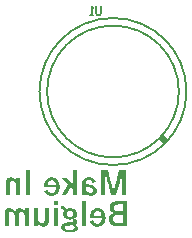
<source format=gbo>
G04*
G04 #@! TF.GenerationSoftware,Altium Limited,Altium Designer,19.1.5 (86)*
G04*
G04 Layer_Color=32896*
%FSAX44Y44*%
%MOMM*%
G71*
G01*
G75*
%ADD12C,0.2000*%
%ADD15C,0.1500*%
G04:AMPARAMS|DCode=48|XSize=0.508mm|YSize=0.635mm|CornerRadius=0mm|HoleSize=0mm|Usage=FLASHONLY|Rotation=45.000|XOffset=0mm|YOffset=0mm|HoleType=Round|Shape=Rectangle|*
%AMROTATEDRECTD48*
4,1,4,0.0449,-0.4041,-0.4041,0.0449,-0.0449,0.4041,0.4041,-0.0449,0.0449,-0.4041,0.0*
%
%ADD48ROTATEDRECTD48*%

G36*
X02925284Y02440365D02*
X02926093Y02440235D01*
X02926838Y02440009D01*
X02927486Y02439750D01*
X02928036Y02439426D01*
X02928554Y02439102D01*
X02928976Y02438713D01*
X02929364Y02438325D01*
X02929655Y02437936D01*
X02929915Y02437580D01*
X02930141Y02437224D01*
X02930303Y02436900D01*
X02930433Y02436641D01*
X02930497Y02436446D01*
X02930562Y02436284D01*
Y02436252D01*
X02927356Y02435410D01*
X02927259Y02435831D01*
X02927130Y02436187D01*
X02926967Y02436511D01*
X02926838Y02436770D01*
X02926676Y02436964D01*
X02926547Y02437126D01*
X02926482Y02437224D01*
X02926449Y02437256D01*
X02926125Y02437515D01*
X02925802Y02437709D01*
X02925478Y02437839D01*
X02925186Y02437936D01*
X02924927Y02438001D01*
X02924701Y02438033D01*
X02924506D01*
X02924053Y02438001D01*
X02923664Y02437936D01*
X02923340Y02437871D01*
X02923081Y02437774D01*
X02922887Y02437645D01*
X02922758Y02437580D01*
X02922660Y02437515D01*
X02922628Y02437483D01*
X02922401Y02437224D01*
X02922207Y02436900D01*
X02922077Y02436543D01*
X02922013Y02436187D01*
X02921948Y02435896D01*
X02921916Y02435637D01*
Y02435442D01*
Y02435410D01*
Y02435378D01*
Y02434536D01*
X02922790Y02434503D01*
X02923632Y02434438D01*
X02924344Y02434341D01*
X02924960Y02434276D01*
X02925478Y02434212D01*
X02925705Y02434179D01*
X02925866Y02434147D01*
X02925996Y02434115D01*
X02926093D01*
X02926158Y02434082D01*
X02926190D01*
X02927032Y02433888D01*
X02927777Y02433596D01*
X02928457Y02433273D01*
X02929008Y02432916D01*
X02929461Y02432528D01*
X02929850Y02432107D01*
X02930174Y02431686D01*
X02930433Y02431265D01*
X02930627Y02430844D01*
X02930789Y02430455D01*
X02930886Y02430099D01*
X02930983Y02429807D01*
X02931016Y02429548D01*
X02931048Y02429322D01*
Y02429192D01*
Y02429160D01*
X02931016Y02428480D01*
X02930886Y02427897D01*
X02930692Y02427346D01*
X02930497Y02426925D01*
X02930303Y02426569D01*
X02930109Y02426310D01*
X02929979Y02426148D01*
X02929947Y02426083D01*
X02929429Y02425630D01*
X02928878Y02425306D01*
X02928295Y02425079D01*
X02927712Y02424917D01*
X02927227Y02424820D01*
X02927000Y02424788D01*
X02926806D01*
X02926676Y02424755D01*
X02926449D01*
X02925899Y02424788D01*
X02925348Y02424852D01*
X02924862Y02424982D01*
X02924409Y02425112D01*
X02923988Y02425273D01*
X02923600Y02425468D01*
X02923276Y02425694D01*
X02922952Y02425921D01*
X02922660Y02426116D01*
X02922434Y02426342D01*
X02922207Y02426537D01*
X02922045Y02426698D01*
X02921916Y02426828D01*
X02921818Y02426958D01*
X02921786Y02427022D01*
X02921754Y02427055D01*
X02921721Y02426634D01*
X02921689Y02426277D01*
X02921624Y02425954D01*
X02921591Y02425662D01*
X02921559Y02425435D01*
Y02425241D01*
X02921527Y02425144D01*
Y02425112D01*
X02918386D01*
X02918450Y02425954D01*
X02918515Y02426731D01*
X02918547Y02427476D01*
X02918580Y02428156D01*
X02918612Y02428706D01*
Y02428933D01*
Y02429127D01*
Y02429289D01*
Y02429419D01*
Y02429483D01*
Y02429516D01*
Y02435442D01*
Y02435896D01*
X02918677Y02436317D01*
X02918871Y02437094D01*
X02919130Y02437742D01*
X02919519Y02438292D01*
X02919940Y02438778D01*
X02920458Y02439199D01*
X02920976Y02439523D01*
X02921494Y02439782D01*
X02922045Y02439976D01*
X02922563Y02440138D01*
X02923049Y02440235D01*
X02923503Y02440332D01*
X02923859Y02440365D01*
X02924150Y02440397D01*
X02924409D01*
X02925284Y02440365D01*
D02*
G37*
G36*
X02914305Y02425112D02*
X02910937D01*
Y02429872D01*
X02908897Y02432139D01*
X02905205Y02425112D01*
X02901481D01*
X02906727Y02434438D01*
X02901740Y02440041D01*
X02905594D01*
X02910937Y02433499D01*
Y02446583D01*
X02914305D01*
Y02425112D01*
D02*
G37*
G36*
X02955693D02*
X02952455D01*
Y02435701D01*
Y02437126D01*
Y02438486D01*
Y02439134D01*
X02952487Y02439750D01*
Y02440332D01*
Y02440883D01*
Y02441369D01*
Y02441822D01*
X02952519Y02442211D01*
Y02442567D01*
Y02442826D01*
Y02443020D01*
Y02443150D01*
Y02443182D01*
X02952131D01*
X02951872Y02442049D01*
X02951613Y02441045D01*
X02951386Y02440138D01*
X02951224Y02439361D01*
X02951030Y02438681D01*
X02950900Y02438098D01*
X02950771Y02437580D01*
X02950674Y02437159D01*
X02950576Y02436803D01*
X02950511Y02436543D01*
X02950447Y02436317D01*
X02950414Y02436155D01*
X02950382Y02436025D01*
X02950349Y02435961D01*
Y02435896D01*
X02947564Y02425112D01*
X02943289D01*
X02940440Y02436025D01*
X02940310Y02436543D01*
X02940148Y02437062D01*
X02939857Y02438228D01*
X02939565Y02439426D01*
X02939306Y02440592D01*
X02939177Y02441110D01*
X02939047Y02441595D01*
X02938950Y02442049D01*
X02938853Y02442437D01*
X02938788Y02442729D01*
X02938723Y02442988D01*
X02938691Y02443118D01*
Y02443182D01*
X02938302D01*
Y02442276D01*
X02938335Y02441434D01*
Y02440656D01*
Y02439911D01*
Y02439231D01*
Y02438649D01*
X02938367Y02438098D01*
Y02437580D01*
Y02437159D01*
Y02436770D01*
Y02436446D01*
Y02436187D01*
Y02435993D01*
Y02435863D01*
Y02435766D01*
Y02435734D01*
Y02425112D01*
X02934869D01*
Y02446194D01*
X02940828D01*
X02943516Y02435378D01*
X02943646Y02434859D01*
X02943808Y02434309D01*
X02943937Y02433758D01*
X02944067Y02433273D01*
X02944164Y02432787D01*
X02944261Y02432431D01*
X02944294Y02432301D01*
Y02432204D01*
X02944326Y02432139D01*
Y02432107D01*
X02944423Y02431621D01*
X02944553Y02431167D01*
X02944617Y02430746D01*
X02944714Y02430390D01*
X02944779Y02430034D01*
X02944876Y02429743D01*
X02944909Y02429483D01*
X02944973Y02429257D01*
X02945071Y02428901D01*
X02945135Y02428674D01*
X02945168Y02428512D01*
Y02428480D01*
X02945557D01*
X02945783Y02429743D01*
X02946042Y02430973D01*
X02946301Y02432139D01*
X02946431Y02432690D01*
X02946560Y02433208D01*
X02946658Y02433661D01*
X02946755Y02434082D01*
X02946852Y02434471D01*
X02946917Y02434795D01*
X02946982Y02435054D01*
X02947046Y02435248D01*
X02947079Y02435378D01*
Y02435410D01*
X02949734Y02446194D01*
X02955693D01*
Y02425112D01*
D02*
G37*
G36*
X02893481Y02440332D02*
X02893967Y02440300D01*
X02894453Y02440203D01*
X02894906Y02440073D01*
X02895684Y02439782D01*
X02896040Y02439588D01*
X02896364Y02439426D01*
X02896655Y02439264D01*
X02896914Y02439070D01*
X02897108Y02438907D01*
X02897303Y02438778D01*
X02897432Y02438649D01*
X02897530Y02438584D01*
X02897594Y02438519D01*
X02897627Y02438486D01*
X02897983Y02438065D01*
X02898307Y02437612D01*
X02898598Y02437126D01*
X02898857Y02436641D01*
X02899052Y02436155D01*
X02899214Y02435637D01*
X02899473Y02434665D01*
X02899570Y02434212D01*
X02899635Y02433791D01*
X02899667Y02433434D01*
X02899699Y02433111D01*
X02899732Y02432852D01*
Y02432625D01*
Y02432495D01*
Y02432463D01*
X02899699Y02431848D01*
X02899667Y02431232D01*
X02899570Y02430682D01*
X02899473Y02430164D01*
X02899343Y02429678D01*
X02899214Y02429224D01*
X02899084Y02428836D01*
X02898922Y02428447D01*
X02898760Y02428123D01*
X02898631Y02427832D01*
X02898501Y02427605D01*
X02898372Y02427379D01*
X02898275Y02427217D01*
X02898177Y02427119D01*
X02898145Y02427055D01*
X02898112Y02427022D01*
X02897756Y02426634D01*
X02897335Y02426277D01*
X02896914Y02425954D01*
X02896493Y02425694D01*
X02896040Y02425468D01*
X02895587Y02425273D01*
X02895133Y02425144D01*
X02894712Y02425014D01*
X02894291Y02424917D01*
X02893903Y02424852D01*
X02893546Y02424788D01*
X02893255Y02424755D01*
X02893028Y02424723D01*
X02892672D01*
X02891797Y02424788D01*
X02891020Y02424917D01*
X02890275Y02425112D01*
X02889628Y02425403D01*
X02889077Y02425727D01*
X02888559Y02426083D01*
X02888105Y02426504D01*
X02887717Y02426893D01*
X02887361Y02427314D01*
X02887102Y02427702D01*
X02886875Y02428059D01*
X02886681Y02428382D01*
X02886551Y02428674D01*
X02886454Y02428868D01*
X02886389Y02429030D01*
Y02429062D01*
X02889498Y02429969D01*
X02889660Y02429451D01*
X02889854Y02429030D01*
X02890049Y02428642D01*
X02890308Y02428318D01*
X02890567Y02428026D01*
X02890826Y02427800D01*
X02891085Y02427605D01*
X02891344Y02427443D01*
X02891603Y02427314D01*
X02891830Y02427249D01*
X02892057Y02427184D01*
X02892251Y02427119D01*
X02892413D01*
X02892542Y02427087D01*
X02892639D01*
X02893255Y02427152D01*
X02893773Y02427281D01*
X02894259Y02427443D01*
X02894615Y02427670D01*
X02894939Y02427864D01*
X02895133Y02428059D01*
X02895295Y02428188D01*
X02895327Y02428221D01*
X02895684Y02428739D01*
X02895943Y02429322D01*
X02896105Y02429904D01*
X02896234Y02430487D01*
X02896331Y02431006D01*
X02896364Y02431232D01*
Y02431427D01*
X02896396Y02431588D01*
Y02431718D01*
Y02431783D01*
Y02431815D01*
X02886324D01*
Y02432528D01*
X02886357Y02433143D01*
X02886389Y02433758D01*
X02886486Y02434309D01*
X02886584Y02434827D01*
X02886713Y02435345D01*
X02886843Y02435799D01*
X02887004Y02436220D01*
X02887134Y02436576D01*
X02887296Y02436932D01*
X02887458Y02437224D01*
X02887587Y02437483D01*
X02887717Y02437677D01*
X02887814Y02437839D01*
X02887911Y02437968D01*
X02887944Y02438033D01*
X02887976Y02438065D01*
X02888332Y02438486D01*
X02888721Y02438810D01*
X02889109Y02439134D01*
X02889531Y02439393D01*
X02889951Y02439620D01*
X02890373Y02439814D01*
X02890761Y02439944D01*
X02891150Y02440073D01*
X02891538Y02440171D01*
X02891862Y02440235D01*
X02892186Y02440300D01*
X02892445Y02440332D01*
X02892672Y02440365D01*
X02892963D01*
X02893481Y02440332D01*
D02*
G37*
G36*
X02874828Y02425112D02*
X02871104D01*
Y02446194D01*
X02874828D01*
Y02425112D01*
D02*
G37*
G36*
X02858668Y02440332D02*
X02859153Y02440268D01*
X02859574Y02440138D01*
X02859963Y02440009D01*
X02860287Y02439879D01*
X02860514Y02439749D01*
X02860675Y02439685D01*
X02860740Y02439652D01*
X02861226Y02439328D01*
X02861679Y02438972D01*
X02862068Y02438616D01*
X02862424Y02438260D01*
X02862683Y02437936D01*
X02862910Y02437645D01*
X02863040Y02437483D01*
X02863072Y02437450D01*
Y02440041D01*
X02866375D01*
Y02425112D01*
X02862975D01*
Y02434892D01*
X02862716Y02435280D01*
X02862457Y02435604D01*
X02862198Y02435928D01*
X02861971Y02436155D01*
X02861776Y02436382D01*
X02861582Y02436511D01*
X02861485Y02436608D01*
X02861453Y02436641D01*
X02861064Y02436900D01*
X02860708Y02437094D01*
X02860384Y02437224D01*
X02860092Y02437321D01*
X02859833Y02437385D01*
X02859639Y02437418D01*
X02859477D01*
X02859121Y02437385D01*
X02858797Y02437321D01*
X02858538Y02437191D01*
X02858311Y02437029D01*
X02858085Y02436835D01*
X02857923Y02436608D01*
X02857696Y02436155D01*
X02857534Y02435701D01*
X02857469Y02435280D01*
X02857437Y02435119D01*
Y02434989D01*
Y02434924D01*
Y02434892D01*
Y02425112D01*
X02853907D01*
Y02435863D01*
X02853940Y02436576D01*
X02854069Y02437191D01*
X02854231Y02437742D01*
X02854425Y02438195D01*
X02854652Y02438551D01*
X02854814Y02438810D01*
X02854943Y02438972D01*
X02854976Y02439037D01*
X02855461Y02439490D01*
X02855980Y02439814D01*
X02856498Y02440041D01*
X02857016Y02440203D01*
X02857469Y02440300D01*
X02857858Y02440332D01*
X02857987Y02440365D01*
X02858182D01*
X02858668Y02440332D01*
D02*
G37*
G36*
X02898161Y02416620D02*
X02894469D01*
Y02420150D01*
X02898161D01*
Y02416620D01*
D02*
G37*
G36*
X02866003Y02414256D02*
X02866489Y02414159D01*
X02866942Y02414029D01*
X02867395Y02413835D01*
X02867816Y02413608D01*
X02868205Y02413349D01*
X02868561Y02413090D01*
X02868885Y02412831D01*
X02869177Y02412540D01*
X02869436Y02412281D01*
X02869662Y02412021D01*
X02869824Y02411795D01*
X02869986Y02411600D01*
X02870083Y02411471D01*
X02870148Y02411374D01*
X02870180Y02411341D01*
Y02413965D01*
X02873419D01*
Y02399035D01*
X02870051D01*
Y02408815D01*
X02869857Y02409204D01*
X02869630Y02409528D01*
X02869403Y02409819D01*
X02869177Y02410078D01*
X02869015Y02410273D01*
X02868853Y02410435D01*
X02868755Y02410532D01*
X02868723Y02410564D01*
X02868367Y02410823D01*
X02868043Y02411018D01*
X02867719Y02411147D01*
X02867428Y02411244D01*
X02867169Y02411309D01*
X02866974Y02411341D01*
X02866812D01*
X02866489Y02411309D01*
X02866197Y02411244D01*
X02865970Y02411115D01*
X02865776Y02410953D01*
X02865452Y02410532D01*
X02865226Y02410078D01*
X02865096Y02409625D01*
X02865031Y02409204D01*
X02864999Y02409042D01*
Y02408913D01*
Y02408848D01*
Y02408815D01*
Y02399035D01*
X02861599D01*
Y02408815D01*
X02861404Y02409172D01*
X02861210Y02409528D01*
X02860983Y02409819D01*
X02860789Y02410078D01*
X02860594Y02410273D01*
X02860465Y02410402D01*
X02860368Y02410499D01*
X02860335Y02410532D01*
X02859979Y02410791D01*
X02859655Y02410985D01*
X02859364Y02411147D01*
X02859072Y02411244D01*
X02858846Y02411309D01*
X02858651Y02411341D01*
X02858489D01*
X02858133Y02411309D01*
X02857809Y02411244D01*
X02857518Y02411115D01*
X02857291Y02410953D01*
X02857097Y02410759D01*
X02856935Y02410532D01*
X02856676Y02410078D01*
X02856514Y02409625D01*
X02856449Y02409204D01*
X02856417Y02409042D01*
Y02408913D01*
Y02408848D01*
Y02408815D01*
Y02399035D01*
X02853016D01*
Y02409787D01*
X02853049Y02410499D01*
X02853178Y02411115D01*
X02853308Y02411665D01*
X02853502Y02412119D01*
X02853664Y02412475D01*
X02853826Y02412734D01*
X02853956Y02412896D01*
X02853988Y02412961D01*
X02854442Y02413414D01*
X02854927Y02413738D01*
X02855445Y02413965D01*
X02855931Y02414126D01*
X02856385Y02414224D01*
X02856741Y02414256D01*
X02856870Y02414288D01*
X02857065D01*
X02857583Y02414256D01*
X02858069Y02414159D01*
X02858554Y02414029D01*
X02858975Y02413835D01*
X02859396Y02413608D01*
X02859785Y02413349D01*
X02860141Y02413090D01*
X02860497Y02412831D01*
X02860789Y02412540D01*
X02861048Y02412281D01*
X02861275Y02412021D01*
X02861436Y02411795D01*
X02861599Y02411600D01*
X02861696Y02411471D01*
X02861760Y02411374D01*
X02861793Y02411341D01*
X02861922Y02411795D01*
X02862084Y02412183D01*
X02862278Y02412540D01*
X02862473Y02412831D01*
X02862635Y02413058D01*
X02862797Y02413252D01*
X02862894Y02413349D01*
X02862926Y02413382D01*
X02863315Y02413673D01*
X02863736Y02413900D01*
X02864189Y02414062D01*
X02864578Y02414191D01*
X02864934Y02414256D01*
X02865226Y02414288D01*
X02865485D01*
X02866003Y02414256D01*
D02*
G37*
G36*
X02890324Y02403051D02*
X02890292Y02402338D01*
X02890162Y02401723D01*
X02889968Y02401172D01*
X02889773Y02400719D01*
X02889579Y02400363D01*
X02889385Y02400104D01*
X02889255Y02399942D01*
X02889223Y02399877D01*
X02888737Y02399456D01*
X02888219Y02399165D01*
X02887668Y02398938D01*
X02887183Y02398808D01*
X02886729Y02398711D01*
X02886341Y02398679D01*
X02886211Y02398647D01*
X02886017D01*
X02885499Y02398679D01*
X02885013Y02398744D01*
X02884592Y02398873D01*
X02884203Y02399003D01*
X02883879Y02399100D01*
X02883620Y02399229D01*
X02883491Y02399294D01*
X02883426Y02399327D01*
X02882940Y02399650D01*
X02882487Y02400039D01*
X02882098Y02400395D01*
X02881774Y02400784D01*
X02881515Y02401108D01*
X02881321Y02401367D01*
X02881191Y02401561D01*
X02881159Y02401626D01*
Y02399035D01*
X02877856D01*
Y02413965D01*
X02881288D01*
Y02404120D01*
X02881483Y02403763D01*
X02881710Y02403407D01*
X02881969Y02403116D01*
X02882163Y02402856D01*
X02882390Y02402662D01*
X02882519Y02402500D01*
X02882649Y02402403D01*
X02882681Y02402371D01*
X02883070Y02402112D01*
X02883426Y02401917D01*
X02883782Y02401755D01*
X02884073Y02401658D01*
X02884333Y02401593D01*
X02884559Y02401561D01*
X02884721D01*
X02885078Y02401593D01*
X02885401Y02401658D01*
X02885693Y02401788D01*
X02885952Y02401950D01*
X02886146Y02402144D01*
X02886308Y02402338D01*
X02886567Y02402792D01*
X02886729Y02403245D01*
X02886794Y02403634D01*
X02886826Y02403796D01*
Y02403925D01*
Y02403990D01*
Y02404022D01*
Y02413965D01*
X02890324D01*
Y02403051D01*
D02*
G37*
G36*
X02932263Y02414256D02*
X02932748Y02414224D01*
X02933234Y02414126D01*
X02933687Y02413997D01*
X02934465Y02413705D01*
X02934821Y02413511D01*
X02935145Y02413349D01*
X02935436Y02413187D01*
X02935695Y02412993D01*
X02935890Y02412831D01*
X02936084Y02412702D01*
X02936213Y02412572D01*
X02936311Y02412507D01*
X02936375Y02412442D01*
X02936408Y02412410D01*
X02936764Y02411989D01*
X02937088Y02411536D01*
X02937379Y02411050D01*
X02937639Y02410564D01*
X02937833Y02410078D01*
X02937995Y02409560D01*
X02938254Y02408589D01*
X02938351Y02408135D01*
X02938416Y02407714D01*
X02938448Y02407358D01*
X02938481Y02407034D01*
X02938513Y02406775D01*
Y02406548D01*
Y02406419D01*
Y02406387D01*
X02938481Y02405771D01*
X02938448Y02405156D01*
X02938351Y02404605D01*
X02938254Y02404087D01*
X02938124Y02403601D01*
X02937995Y02403148D01*
X02937865Y02402759D01*
X02937703Y02402371D01*
X02937541Y02402047D01*
X02937412Y02401756D01*
X02937282Y02401529D01*
X02937153Y02401302D01*
X02937055Y02401140D01*
X02936958Y02401043D01*
X02936926Y02400978D01*
X02936894Y02400946D01*
X02936537Y02400557D01*
X02936116Y02400201D01*
X02935695Y02399877D01*
X02935274Y02399618D01*
X02934821Y02399391D01*
X02934367Y02399197D01*
X02933914Y02399068D01*
X02933493Y02398938D01*
X02933072Y02398841D01*
X02932683Y02398776D01*
X02932327Y02398711D01*
X02932036Y02398679D01*
X02931809Y02398647D01*
X02931453D01*
X02930579Y02398711D01*
X02929801Y02398841D01*
X02929056Y02399035D01*
X02928409Y02399327D01*
X02927858Y02399650D01*
X02927340Y02400007D01*
X02926887Y02400428D01*
X02926498Y02400816D01*
X02926142Y02401237D01*
X02925883Y02401626D01*
X02925656Y02401982D01*
X02925462Y02402306D01*
X02925332Y02402598D01*
X02925235Y02402792D01*
X02925170Y02402954D01*
Y02402986D01*
X02928279Y02403893D01*
X02928441Y02403375D01*
X02928635Y02402954D01*
X02928830Y02402565D01*
X02929089Y02402241D01*
X02929348Y02401950D01*
X02929607Y02401723D01*
X02929866Y02401529D01*
X02930125Y02401367D01*
X02930384Y02401237D01*
X02930611Y02401172D01*
X02930838Y02401108D01*
X02931032Y02401043D01*
X02931194D01*
X02931323Y02401011D01*
X02931421D01*
X02932036Y02401075D01*
X02932554Y02401205D01*
X02933040Y02401367D01*
X02933396Y02401593D01*
X02933720Y02401788D01*
X02933914Y02401982D01*
X02934076Y02402112D01*
X02934109Y02402144D01*
X02934465Y02402662D01*
X02934724Y02403245D01*
X02934886Y02403828D01*
X02935015Y02404411D01*
X02935112Y02404929D01*
X02935145Y02405156D01*
Y02405350D01*
X02935177Y02405512D01*
Y02405642D01*
Y02405706D01*
Y02405739D01*
X02925105D01*
Y02406451D01*
X02925138Y02407067D01*
X02925170Y02407682D01*
X02925267Y02408233D01*
X02925364Y02408751D01*
X02925494Y02409269D01*
X02925623Y02409722D01*
X02925786Y02410143D01*
X02925915Y02410499D01*
X02926077Y02410856D01*
X02926239Y02411147D01*
X02926368Y02411406D01*
X02926498Y02411600D01*
X02926595Y02411762D01*
X02926692Y02411892D01*
X02926725Y02411957D01*
X02926757Y02411989D01*
X02927113Y02412410D01*
X02927502Y02412734D01*
X02927891Y02413058D01*
X02928311Y02413317D01*
X02928733Y02413544D01*
X02929154Y02413738D01*
X02929542Y02413867D01*
X02929931Y02413997D01*
X02930320Y02414094D01*
X02930643Y02414159D01*
X02930967Y02414224D01*
X02931226Y02414256D01*
X02931453Y02414288D01*
X02931744D01*
X02932263Y02414256D01*
D02*
G37*
G36*
X02956584Y02399035D02*
X02948649D01*
X02948034Y02399068D01*
X02947484Y02399100D01*
X02946933Y02399165D01*
X02946415Y02399262D01*
X02945961Y02399359D01*
X02945540Y02399456D01*
X02945119Y02399586D01*
X02944763Y02399715D01*
X02944439Y02399845D01*
X02944180Y02399974D01*
X02943921Y02400072D01*
X02943727Y02400169D01*
X02943565Y02400266D01*
X02943468Y02400331D01*
X02943403Y02400395D01*
X02943371D01*
X02942982Y02400719D01*
X02942658Y02401043D01*
X02942367Y02401399D01*
X02942108Y02401788D01*
X02941913Y02402177D01*
X02941719Y02402533D01*
X02941460Y02403278D01*
X02941330Y02403958D01*
X02941266Y02404249D01*
X02941233Y02404508D01*
X02941201Y02404702D01*
Y02404864D01*
Y02404962D01*
Y02404994D01*
X02941233Y02405674D01*
X02941363Y02406289D01*
X02941525Y02406840D01*
X02941719Y02407293D01*
X02941945Y02407682D01*
X02942108Y02407941D01*
X02942237Y02408103D01*
X02942270Y02408168D01*
X02942787Y02408686D01*
X02943403Y02409107D01*
X02944018Y02409431D01*
X02944633Y02409690D01*
X02945184Y02409852D01*
X02945411Y02409949D01*
X02945605Y02409981D01*
X02945799Y02410046D01*
X02945929D01*
X02945994Y02410078D01*
X02946026D01*
Y02410240D01*
X02945378Y02410402D01*
X02944828Y02410597D01*
X02944342Y02410823D01*
X02943921Y02411082D01*
X02943597Y02411309D01*
X02943338Y02411503D01*
X02943209Y02411633D01*
X02943144Y02411665D01*
X02942723Y02412151D01*
X02942399Y02412702D01*
X02942172Y02413220D01*
X02942010Y02413738D01*
X02941913Y02414159D01*
X02941881Y02414515D01*
X02941848Y02414645D01*
Y02414742D01*
Y02414807D01*
Y02414839D01*
Y02415292D01*
X02941913Y02415681D01*
X02942075Y02416426D01*
X02942302Y02417074D01*
X02942529Y02417592D01*
X02942787Y02418013D01*
X02943014Y02418304D01*
X02943176Y02418466D01*
X02943209Y02418531D01*
X02943241D01*
X02943597Y02418822D01*
X02943986Y02419049D01*
X02944439Y02419276D01*
X02944893Y02419438D01*
X02945832Y02419729D01*
X02946803Y02419924D01*
X02947257Y02419988D01*
X02947678Y02420021D01*
X02948034Y02420085D01*
X02948390D01*
X02948649Y02420118D01*
X02956584D01*
Y02399035D01*
D02*
G37*
G36*
X02921640D02*
X02918240D01*
Y02420506D01*
X02921640D01*
Y02399035D01*
D02*
G37*
G36*
X02898032D02*
X02894631D01*
Y02413965D01*
X02898032D01*
Y02399035D01*
D02*
G37*
G36*
X02901529Y02416005D02*
X02902015Y02415972D01*
X02902436Y02415875D01*
X02902792Y02415778D01*
X02903051Y02415681D01*
X02903278Y02415616D01*
X02903408Y02415551D01*
X02903440Y02415519D01*
X02903828Y02415292D01*
X02904185Y02414969D01*
X02904509Y02414645D01*
X02904767Y02414321D01*
X02904994Y02414029D01*
X02905156Y02413770D01*
X02905253Y02413608D01*
X02905286Y02413576D01*
Y02413544D01*
X02905804Y02413803D01*
X02906354Y02413965D01*
X02906873Y02414094D01*
X02907358Y02414191D01*
X02907812Y02414256D01*
X02908136Y02414288D01*
X02908459D01*
X02909334Y02414224D01*
X02910111Y02414094D01*
X02910791Y02413932D01*
X02911374Y02413705D01*
X02911828Y02413479D01*
X02912022Y02413382D01*
X02912151Y02413317D01*
X02912281Y02413220D01*
X02912378Y02413187D01*
X02912411Y02413123D01*
X02912443D01*
X02912767Y02412863D01*
X02913058Y02412572D01*
X02913317Y02412281D01*
X02913512Y02411989D01*
X02913706Y02411698D01*
X02913868Y02411406D01*
X02914095Y02410823D01*
X02914224Y02410305D01*
X02914257Y02410078D01*
X02914289Y02409884D01*
X02914321Y02409722D01*
Y02409593D01*
Y02409528D01*
Y02409496D01*
X02914289Y02409010D01*
X02914224Y02408589D01*
X02914127Y02408168D01*
X02913997Y02407779D01*
X02913641Y02407099D01*
X02913253Y02406548D01*
X02912864Y02406127D01*
X02912508Y02405804D01*
X02912378Y02405674D01*
X02912281Y02405609D01*
X02912216Y02405577D01*
X02912184Y02405544D01*
X02912572Y02405285D01*
X02912929Y02404994D01*
X02913253Y02404735D01*
X02913512Y02404476D01*
X02913738Y02404217D01*
X02913932Y02403958D01*
X02914062Y02403699D01*
X02914192Y02403472D01*
X02914354Y02403051D01*
X02914451Y02402759D01*
X02914483Y02402630D01*
Y02402533D01*
Y02402500D01*
Y02402468D01*
X02914451Y02402177D01*
X02914386Y02401885D01*
X02914289Y02401626D01*
X02914159Y02401399D01*
X02913803Y02401043D01*
X02913414Y02400751D01*
X02913058Y02400525D01*
X02912702Y02400395D01*
X02912572Y02400363D01*
X02912475Y02400331D01*
X02912411Y02400298D01*
X02912378D01*
X02912864Y02400104D01*
X02913285Y02399877D01*
X02913641Y02399650D01*
X02913965Y02399424D01*
X02914224Y02399197D01*
X02914451Y02398938D01*
X02914645Y02398711D01*
X02914774Y02398485D01*
X02914969Y02398064D01*
X02915099Y02397740D01*
Y02397610D01*
X02915131Y02397513D01*
Y02397448D01*
Y02397416D01*
X02915099Y02397124D01*
X02915066Y02396865D01*
X02914904Y02396380D01*
X02914645Y02395959D01*
X02914354Y02395602D01*
X02914095Y02395311D01*
X02913835Y02395084D01*
X02913673Y02394955D01*
X02913609Y02394922D01*
X02913253Y02394728D01*
X02912864Y02394534D01*
X02912022Y02394274D01*
X02911147Y02394080D01*
X02910305Y02393918D01*
X02909917Y02393886D01*
X02909561Y02393853D01*
X02909237Y02393821D01*
X02908945D01*
X02908719Y02393789D01*
X02907780D01*
X02907229Y02393853D01*
X02906678Y02393886D01*
X02906160Y02393983D01*
X02905707Y02394048D01*
X02905253Y02394145D01*
X02904865Y02394242D01*
X02904509Y02394372D01*
X02904185Y02394469D01*
X02903893Y02394566D01*
X02903634Y02394663D01*
X02903440Y02394760D01*
X02903278Y02394825D01*
X02903181Y02394890D01*
X02903116Y02394922D01*
X02903083D01*
X02902695Y02395181D01*
X02902371Y02395440D01*
X02902080Y02395699D01*
X02901821Y02395991D01*
X02901626Y02396282D01*
X02901432Y02396574D01*
X02901173Y02397124D01*
X02901043Y02397610D01*
X02900979Y02397805D01*
X02900946Y02397999D01*
X02900914Y02398161D01*
Y02398258D01*
Y02398323D01*
Y02398355D01*
X02900946Y02398906D01*
X02901043Y02399391D01*
X02901205Y02399812D01*
X02901367Y02400169D01*
X02901562Y02400428D01*
X02901691Y02400622D01*
X02901821Y02400751D01*
X02901853Y02400784D01*
X02902112Y02400978D01*
X02902371Y02401172D01*
X02903019Y02401464D01*
X02903731Y02401723D01*
X02904411Y02401885D01*
X02905059Y02402015D01*
X02905318Y02402079D01*
X02905577Y02402112D01*
X02905771Y02402144D01*
X02905934Y02402177D01*
X02906063D01*
X02909431Y02402468D01*
X02909820Y02402500D01*
X02910176Y02402565D01*
X02910468Y02402630D01*
X02910662Y02402662D01*
X02910856Y02402727D01*
X02910953Y02402759D01*
X02911018Y02402792D01*
X02911050D01*
X02911212Y02402889D01*
X02911310Y02403018D01*
X02911439Y02403245D01*
X02911504Y02403439D01*
Y02403504D01*
Y02403537D01*
X02911471Y02403796D01*
X02911342Y02404055D01*
X02911180Y02404281D01*
X02910953Y02404476D01*
X02910759Y02404605D01*
X02910597Y02404735D01*
X02910468Y02404800D01*
X02910435Y02404832D01*
X02909755Y02404702D01*
X02909431Y02404670D01*
X02909107Y02404638D01*
X02908881Y02404605D01*
X02908492D01*
X02907617Y02404670D01*
X02906840Y02404800D01*
X02906128Y02404962D01*
X02905545Y02405188D01*
X02905092Y02405383D01*
X02904897Y02405480D01*
X02904767Y02405577D01*
X02904638Y02405642D01*
X02904541Y02405706D01*
X02904509Y02405739D01*
X02904476D01*
X02904152Y02405998D01*
X02903861Y02406289D01*
X02903634Y02406581D01*
X02903408Y02406905D01*
X02903213Y02407196D01*
X02903083Y02407520D01*
X02902857Y02408135D01*
X02902727Y02408686D01*
X02902695Y02408913D01*
X02902663Y02409139D01*
X02902630Y02409301D01*
Y02409431D01*
Y02409496D01*
Y02409528D01*
X02902695Y02410143D01*
X02902824Y02410726D01*
X02903019Y02411212D01*
X02903213Y02411665D01*
X02903440Y02412021D01*
X02903634Y02412281D01*
X02903764Y02412442D01*
X02903828Y02412507D01*
X02903505Y02412766D01*
X02903213Y02412928D01*
X02902986Y02413026D01*
X02902954Y02413058D01*
X02902922D01*
X02902663Y02413123D01*
X02902404Y02413187D01*
X02901821Y02413252D01*
X02901562Y02413284D01*
X02901173D01*
X02900979Y02416037D01*
X02901529Y02416005D01*
D02*
G37*
%LPC*%
G36*
X02922207Y02432398D02*
X02921916D01*
Y02429645D01*
X02922175Y02429224D01*
X02922434Y02428836D01*
X02922725Y02428512D01*
X02923017Y02428221D01*
X02923308Y02427994D01*
X02923600Y02427800D01*
X02923891Y02427638D01*
X02924150Y02427508D01*
X02924636Y02427314D01*
X02924862Y02427249D01*
X02925057Y02427217D01*
X02925186D01*
X02925316Y02427184D01*
X02925413D01*
X02925834Y02427217D01*
X02926190Y02427281D01*
X02926514Y02427379D01*
X02926773Y02427540D01*
X02927000Y02427702D01*
X02927194Y02427897D01*
X02927356Y02428123D01*
X02927486Y02428318D01*
X02927648Y02428739D01*
X02927745Y02429095D01*
Y02429257D01*
X02927777Y02429354D01*
Y02429419D01*
Y02429451D01*
X02927745Y02429807D01*
X02927680Y02430131D01*
X02927550Y02430423D01*
X02927389Y02430682D01*
X02927000Y02431103D01*
X02926547Y02431459D01*
X02926125Y02431686D01*
X02925737Y02431848D01*
X02925575Y02431912D01*
X02925446Y02431945D01*
X02925381Y02431977D01*
X02925348D01*
X02924701Y02432107D01*
X02924085Y02432204D01*
X02923503Y02432269D01*
X02922984Y02432333D01*
X02922563Y02432366D01*
X02922207Y02432398D01*
D02*
G37*
G36*
X02892996Y02438001D02*
X02892931D01*
X02892413Y02437968D01*
X02891927Y02437839D01*
X02891506Y02437645D01*
X02891150Y02437385D01*
X02890826Y02437094D01*
X02890567Y02436770D01*
X02890340Y02436414D01*
X02890178Y02436058D01*
X02890016Y02435669D01*
X02889887Y02435313D01*
X02889822Y02434989D01*
X02889757Y02434698D01*
X02889692Y02434438D01*
X02889660Y02434244D01*
Y02434115D01*
Y02434082D01*
X02896331D01*
X02896266Y02434698D01*
X02896137Y02435216D01*
X02896007Y02435669D01*
X02895846Y02436090D01*
X02895716Y02436382D01*
X02895587Y02436608D01*
X02895489Y02436770D01*
X02895457Y02436803D01*
X02895101Y02437191D01*
X02894680Y02437483D01*
X02894259Y02437709D01*
X02893838Y02437839D01*
X02893481Y02437936D01*
X02893190Y02437968D01*
X02892996Y02438001D01*
D02*
G37*
G36*
X02931777Y02411924D02*
X02931712D01*
X02931194Y02411892D01*
X02930708Y02411762D01*
X02930287Y02411568D01*
X02929931Y02411309D01*
X02929607Y02411018D01*
X02929348Y02410694D01*
X02929121Y02410338D01*
X02928959Y02409981D01*
X02928797Y02409593D01*
X02928668Y02409236D01*
X02928603Y02408913D01*
X02928538Y02408621D01*
X02928474Y02408362D01*
X02928441Y02408168D01*
Y02408038D01*
Y02408006D01*
X02935112D01*
X02935048Y02408621D01*
X02934918Y02409139D01*
X02934789Y02409593D01*
X02934626Y02410014D01*
X02934497Y02410305D01*
X02934367Y02410532D01*
X02934270Y02410694D01*
X02934238Y02410726D01*
X02933882Y02411115D01*
X02933461Y02411406D01*
X02933040Y02411633D01*
X02932619Y02411762D01*
X02932263Y02411860D01*
X02931971Y02411892D01*
X02931777Y02411924D01*
D02*
G37*
G36*
X02952989Y02417365D02*
X02949459D01*
X02948747Y02417333D01*
X02948163Y02417268D01*
X02947645Y02417171D01*
X02947224Y02417041D01*
X02946901Y02416912D01*
X02946674Y02416815D01*
X02946544Y02416750D01*
X02946512Y02416717D01*
X02946156Y02416426D01*
X02945897Y02416070D01*
X02945735Y02415713D01*
X02945605Y02415357D01*
X02945540Y02415001D01*
X02945475Y02414742D01*
Y02414547D01*
Y02414515D01*
Y02414483D01*
X02945508Y02413997D01*
X02945605Y02413608D01*
X02945767Y02413220D01*
X02945929Y02412928D01*
X02946123Y02412702D01*
X02946253Y02412507D01*
X02946382Y02412410D01*
X02946415Y02412378D01*
X02946868Y02412054D01*
X02947419Y02411827D01*
X02947969Y02411665D01*
X02948520Y02411568D01*
X02949006Y02411503D01*
X02949232Y02411471D01*
X02949394Y02411439D01*
X02952989D01*
Y02417365D01*
D02*
G37*
G36*
Y02408686D02*
X02949556D01*
X02948811Y02408654D01*
X02948163Y02408556D01*
X02947613Y02408427D01*
X02947127Y02408297D01*
X02946771Y02408135D01*
X02946512Y02408006D01*
X02946350Y02407909D01*
X02946285Y02407876D01*
X02946026Y02407714D01*
X02945832Y02407520D01*
X02945475Y02407099D01*
X02945216Y02406646D01*
X02945055Y02406225D01*
X02944957Y02405836D01*
X02944925Y02405544D01*
X02944893Y02405415D01*
Y02405318D01*
Y02405285D01*
Y02405253D01*
X02944925Y02404702D01*
X02945022Y02404217D01*
X02945184Y02403796D01*
X02945346Y02403472D01*
X02945508Y02403180D01*
X02945670Y02402986D01*
X02945767Y02402857D01*
X02945799Y02402824D01*
X02946253Y02402468D01*
X02946771Y02402209D01*
X02947289Y02402015D01*
X02947840Y02401885D01*
X02948326Y02401820D01*
X02948714Y02401788D01*
X02948844Y02401756D01*
X02952989D01*
Y02408686D01*
D02*
G37*
G36*
X02908654Y02412248D02*
X02908459D01*
X02908071Y02412216D01*
X02907715Y02412151D01*
X02907391Y02412054D01*
X02907132Y02411957D01*
X02906937Y02411827D01*
X02906776Y02411730D01*
X02906678Y02411665D01*
X02906646Y02411633D01*
X02906354Y02411309D01*
X02906128Y02410985D01*
X02905966Y02410629D01*
X02905836Y02410273D01*
X02905771Y02409981D01*
X02905739Y02409722D01*
Y02409560D01*
Y02409496D01*
X02905771Y02409042D01*
X02905836Y02408654D01*
X02905966Y02408297D01*
X02906063Y02408006D01*
X02906193Y02407779D01*
X02906322Y02407585D01*
X02906387Y02407488D01*
X02906419Y02407455D01*
X02906711Y02407164D01*
X02907067Y02406969D01*
X02907391Y02406808D01*
X02907715Y02406710D01*
X02908006Y02406646D01*
X02908233Y02406613D01*
X02908459D01*
X02908848Y02406646D01*
X02909237Y02406710D01*
X02909528Y02406808D01*
X02909820Y02406937D01*
X02910014Y02407067D01*
X02910176Y02407164D01*
X02910273Y02407229D01*
X02910305Y02407261D01*
X02910597Y02407585D01*
X02910824Y02407941D01*
X02910953Y02408330D01*
X02911083Y02408686D01*
X02911147Y02409010D01*
X02911180Y02409269D01*
Y02409463D01*
Y02409528D01*
X02911147Y02409949D01*
X02911083Y02410305D01*
X02910953Y02410661D01*
X02910824Y02410920D01*
X02910727Y02411147D01*
X02910597Y02411309D01*
X02910532Y02411406D01*
X02910500Y02411439D01*
X02910176Y02411698D01*
X02909852Y02411892D01*
X02909496Y02412054D01*
X02909172Y02412151D01*
X02908913Y02412216D01*
X02908654Y02412248D01*
D02*
G37*
G36*
X02910338Y02399877D02*
X02910305D01*
X02906613Y02399521D01*
X02906095Y02399456D01*
X02905642Y02399391D01*
X02905253Y02399294D01*
X02904962Y02399229D01*
X02904735Y02399132D01*
X02904606Y02399100D01*
X02904509Y02399035D01*
X02904476D01*
X02904282Y02398873D01*
X02904120Y02398679D01*
X02904023Y02398485D01*
X02903925Y02398290D01*
X02903893Y02398096D01*
X02903861Y02397934D01*
Y02397837D01*
Y02397805D01*
X02903893Y02397513D01*
X02903990Y02397286D01*
X02904152Y02397060D01*
X02904314Y02396865D01*
X02904509Y02396703D01*
X02904638Y02396574D01*
X02904767Y02396509D01*
X02904800Y02396477D01*
X02905286Y02396250D01*
X02905836Y02396088D01*
X02906419Y02395991D01*
X02906970Y02395926D01*
X02907456Y02395861D01*
X02907682D01*
X02907877Y02395829D01*
X02908233D01*
X02908848Y02395861D01*
X02909399Y02395894D01*
X02909885Y02395991D01*
X02910273Y02396088D01*
X02910597Y02396153D01*
X02910856Y02396250D01*
X02910986Y02396282D01*
X02911050Y02396315D01*
X02911471Y02396541D01*
X02911795Y02396801D01*
X02911989Y02397060D01*
X02912151Y02397319D01*
X02912249Y02397545D01*
X02912281Y02397740D01*
X02912314Y02397869D01*
Y02397902D01*
X02912281Y02398161D01*
X02912216Y02398387D01*
X02912119Y02398582D01*
X02911989Y02398776D01*
X02911666Y02399132D01*
X02911310Y02399391D01*
X02910953Y02399618D01*
X02910629Y02399748D01*
X02910500Y02399812D01*
X02910403Y02399845D01*
X02910338Y02399877D01*
D02*
G37*
%LPD*%
D12*
X03000593Y02513000D02*
G03*
X03000593Y02513000I-00055793J00000000D01*
G01*
X03007030D02*
G03*
X03007030Y02513000I-00062230J00000000D01*
G01*
D15*
X02934800Y02584998D02*
Y02579166D01*
X02933634Y02578000D01*
X02931301D01*
X02930135Y02579166D01*
Y02584998D01*
X02927802Y02578000D02*
X02925470D01*
X02926636D01*
Y02584998D01*
X02927802Y02583831D01*
D48*
X02987749Y02471539D02*
D03*
M02*

</source>
